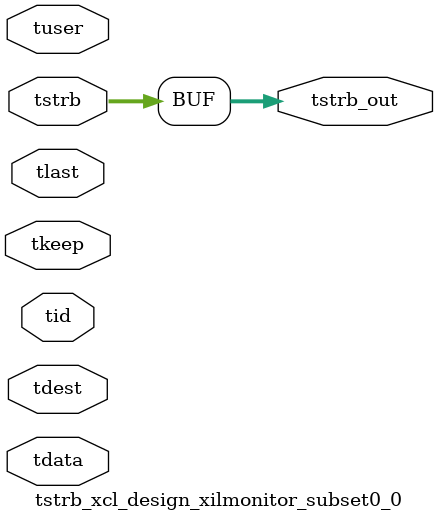
<source format=v>


`timescale 1ps/1ps

module tstrb_xcl_design_xilmonitor_subset0_0 #
(
parameter C_S_AXIS_TDATA_WIDTH = 32,
parameter C_S_AXIS_TUSER_WIDTH = 0,
parameter C_S_AXIS_TID_WIDTH   = 0,
parameter C_S_AXIS_TDEST_WIDTH = 0,
parameter C_M_AXIS_TDATA_WIDTH = 32
)
(
input  [(C_S_AXIS_TDATA_WIDTH == 0 ? 1 : C_S_AXIS_TDATA_WIDTH)-1:0     ] tdata,
input  [(C_S_AXIS_TUSER_WIDTH == 0 ? 1 : C_S_AXIS_TUSER_WIDTH)-1:0     ] tuser,
input  [(C_S_AXIS_TID_WIDTH   == 0 ? 1 : C_S_AXIS_TID_WIDTH)-1:0       ] tid,
input  [(C_S_AXIS_TDEST_WIDTH == 0 ? 1 : C_S_AXIS_TDEST_WIDTH)-1:0     ] tdest,
input  [(C_S_AXIS_TDATA_WIDTH/8)-1:0 ] tkeep,
input  [(C_S_AXIS_TDATA_WIDTH/8)-1:0 ] tstrb,
input                                                                    tlast,
output [(C_M_AXIS_TDATA_WIDTH/8)-1:0 ] tstrb_out
);

assign tstrb_out = {13'b1111111111111,tstrb[18:0]};

endmodule


</source>
